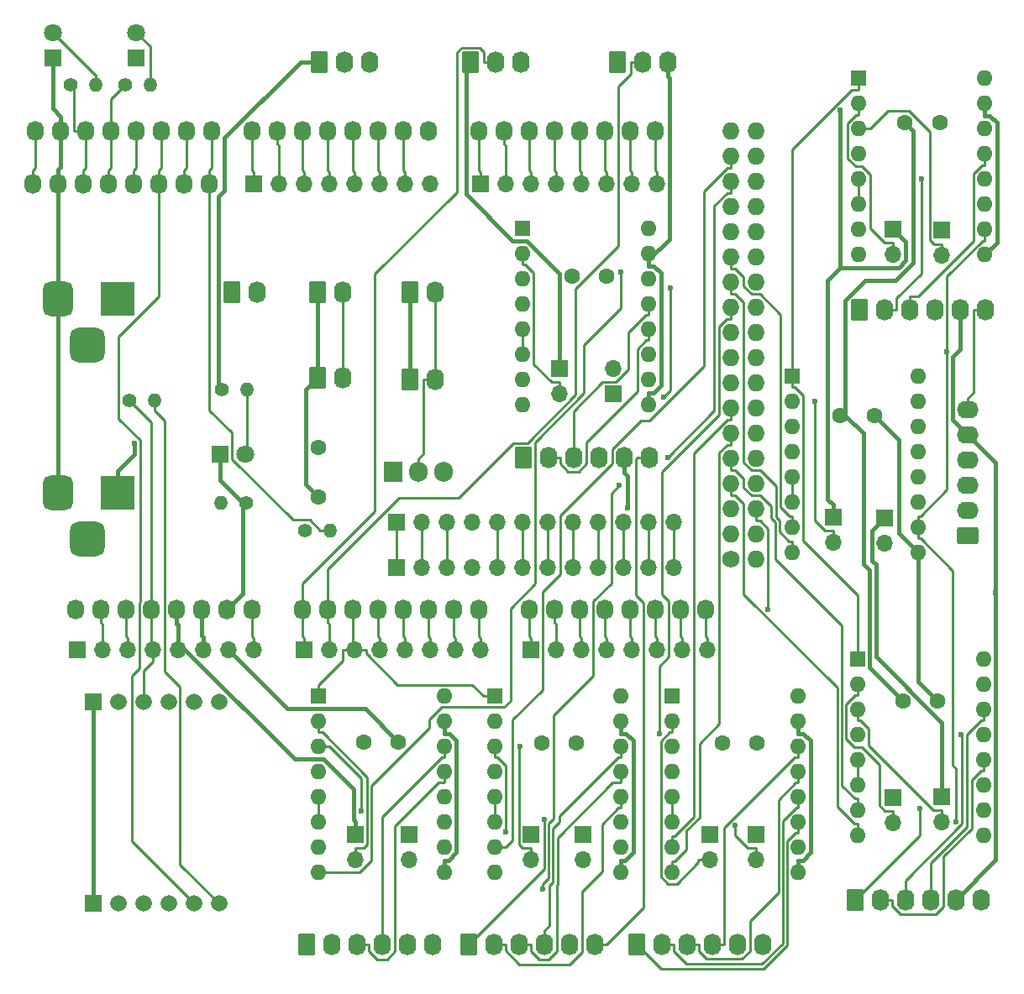
<source format=gbr>
G04 #@! TF.GenerationSoftware,KiCad,Pcbnew,8.0.2-1*
G04 #@! TF.CreationDate,2024-08-19T18:32:55+10:00*
G04 #@! TF.ProjectId,FORWARD 7 STEPPER DRIVER,464f5257-4152-4442-9037-205354455050,rev?*
G04 #@! TF.SameCoordinates,Original*
G04 #@! TF.FileFunction,Copper,L2,Bot*
G04 #@! TF.FilePolarity,Positive*
%FSLAX46Y46*%
G04 Gerber Fmt 4.6, Leading zero omitted, Abs format (unit mm)*
G04 Created by KiCad (PCBNEW 8.0.2-1) date 2024-08-19 18:32:55*
%MOMM*%
%LPD*%
G01*
G04 APERTURE LIST*
G04 Aperture macros list*
%AMRoundRect*
0 Rectangle with rounded corners*
0 $1 Rounding radius*
0 $2 $3 $4 $5 $6 $7 $8 $9 X,Y pos of 4 corners*
0 Add a 4 corners polygon primitive as box body*
4,1,4,$2,$3,$4,$5,$6,$7,$8,$9,$2,$3,0*
0 Add four circle primitives for the rounded corners*
1,1,$1+$1,$2,$3*
1,1,$1+$1,$4,$5*
1,1,$1+$1,$6,$7*
1,1,$1+$1,$8,$9*
0 Add four rect primitives between the rounded corners*
20,1,$1+$1,$2,$3,$4,$5,0*
20,1,$1+$1,$4,$5,$6,$7,0*
20,1,$1+$1,$6,$7,$8,$9,0*
20,1,$1+$1,$8,$9,$2,$3,0*%
G04 Aperture macros list end*
G04 #@! TA.AperFunction,ComponentPad*
%ADD10C,1.727200*%
G04 #@! TD*
G04 #@! TA.AperFunction,ComponentPad*
%ADD11O,1.727200X1.727200*%
G04 #@! TD*
G04 #@! TA.AperFunction,ComponentPad*
%ADD12O,1.727200X2.032000*%
G04 #@! TD*
G04 #@! TA.AperFunction,ComponentPad*
%ADD13R,1.800000X1.800000*%
G04 #@! TD*
G04 #@! TA.AperFunction,ComponentPad*
%ADD14C,1.800000*%
G04 #@! TD*
G04 #@! TA.AperFunction,ComponentPad*
%ADD15C,1.400000*%
G04 #@! TD*
G04 #@! TA.AperFunction,ComponentPad*
%ADD16O,1.400000X1.400000*%
G04 #@! TD*
G04 #@! TA.AperFunction,ComponentPad*
%ADD17RoundRect,0.250000X-0.620000X-0.845000X0.620000X-0.845000X0.620000X0.845000X-0.620000X0.845000X0*%
G04 #@! TD*
G04 #@! TA.AperFunction,ComponentPad*
%ADD18O,1.740000X2.190000*%
G04 #@! TD*
G04 #@! TA.AperFunction,ComponentPad*
%ADD19R,1.700000X1.700000*%
G04 #@! TD*
G04 #@! TA.AperFunction,ComponentPad*
%ADD20O,1.700000X1.700000*%
G04 #@! TD*
G04 #@! TA.AperFunction,ComponentPad*
%ADD21C,1.600000*%
G04 #@! TD*
G04 #@! TA.AperFunction,ComponentPad*
%ADD22R,1.600000X1.600000*%
G04 #@! TD*
G04 #@! TA.AperFunction,ComponentPad*
%ADD23O,1.600000X1.600000*%
G04 #@! TD*
G04 #@! TA.AperFunction,ComponentPad*
%ADD24R,3.500000X3.500000*%
G04 #@! TD*
G04 #@! TA.AperFunction,ComponentPad*
%ADD25RoundRect,0.750000X-0.750000X-1.000000X0.750000X-1.000000X0.750000X1.000000X-0.750000X1.000000X0*%
G04 #@! TD*
G04 #@! TA.AperFunction,ComponentPad*
%ADD26RoundRect,0.875000X-0.875000X-0.875000X0.875000X-0.875000X0.875000X0.875000X-0.875000X0.875000X0*%
G04 #@! TD*
G04 #@! TA.AperFunction,ComponentPad*
%ADD27R,1.665000X1.665000*%
G04 #@! TD*
G04 #@! TA.AperFunction,ComponentPad*
%ADD28C,1.665000*%
G04 #@! TD*
G04 #@! TA.AperFunction,ComponentPad*
%ADD29RoundRect,0.250000X0.845000X-0.620000X0.845000X0.620000X-0.845000X0.620000X-0.845000X-0.620000X0*%
G04 #@! TD*
G04 #@! TA.AperFunction,ComponentPad*
%ADD30O,2.190000X1.740000*%
G04 #@! TD*
G04 #@! TA.AperFunction,ComponentPad*
%ADD31R,1.905000X2.000000*%
G04 #@! TD*
G04 #@! TA.AperFunction,ComponentPad*
%ADD32O,1.905000X2.000000*%
G04 #@! TD*
G04 #@! TA.AperFunction,ViaPad*
%ADD33C,0.600000*%
G04 #@! TD*
G04 #@! TA.AperFunction,Conductor*
%ADD34C,0.250000*%
G04 #@! TD*
G04 #@! TA.AperFunction,Conductor*
%ADD35C,0.450000*%
G04 #@! TD*
G04 APERTURE END LIST*
D10*
X197358000Y-114046000D03*
D11*
X199898000Y-114046000D03*
X197358000Y-111506000D03*
X199898000Y-111506000D03*
X197358000Y-108966000D03*
X199898000Y-108966000D03*
X197358000Y-106426000D03*
X199898000Y-106426000D03*
X197358000Y-103886000D03*
X199898000Y-103886000D03*
X197358000Y-101346000D03*
X199898000Y-101346000D03*
X197358000Y-98806000D03*
X199898000Y-98806000D03*
X197358000Y-96266000D03*
X199898000Y-96266000D03*
X197358000Y-93726000D03*
X199898000Y-93726000D03*
X197358000Y-91186000D03*
X199898000Y-91186000D03*
X197358000Y-88646000D03*
X199898000Y-88646000D03*
X197358000Y-86106000D03*
X199898000Y-86106000D03*
X197358000Y-83566000D03*
X199898000Y-83566000D03*
X197358000Y-81026000D03*
X199898000Y-81026000D03*
X197358000Y-78486000D03*
X199898000Y-78486000D03*
X197358000Y-75946000D03*
X199898000Y-75946000D03*
X197358000Y-73406000D03*
X199898000Y-73406000D03*
X197358000Y-70866000D03*
X199898000Y-70866000D03*
D12*
X131318000Y-119126000D03*
X133858000Y-119126000D03*
X136398000Y-119126000D03*
X138938000Y-119126000D03*
X141478000Y-119126000D03*
X144018000Y-119126000D03*
X146558000Y-119126000D03*
X149098000Y-119126000D03*
X177038000Y-119126000D03*
X179578000Y-119126000D03*
X182118000Y-119126000D03*
X184658000Y-119126000D03*
X187198000Y-119126000D03*
X189738000Y-119126000D03*
X192278000Y-119126000D03*
X194818000Y-119126000D03*
X127254000Y-70866000D03*
X129794000Y-70866000D03*
X132334000Y-70866000D03*
X134874000Y-70866000D03*
X137414000Y-70866000D03*
X139954000Y-70866000D03*
X142494000Y-70866000D03*
X145034000Y-70866000D03*
X149098000Y-70866000D03*
X151638000Y-70866000D03*
X154178000Y-70866000D03*
X156718000Y-70866000D03*
X159258000Y-70866000D03*
X161798000Y-70866000D03*
X164338000Y-70866000D03*
X166878000Y-70866000D03*
X171958000Y-70866000D03*
X174498000Y-70866000D03*
X177038000Y-70866000D03*
X179578000Y-70866000D03*
X182118000Y-70866000D03*
X184658000Y-70866000D03*
X187198000Y-70866000D03*
X189738000Y-70866000D03*
D13*
X129000000Y-63500000D03*
D14*
X129000000Y-60960000D03*
D13*
X137400000Y-63490000D03*
D14*
X137400000Y-60950000D03*
D15*
X130780000Y-66200000D03*
D16*
X133320000Y-66200000D03*
D17*
X155680000Y-87170000D03*
D18*
X158220000Y-87170000D03*
D17*
X187820000Y-152950000D03*
D18*
X190360000Y-152950000D03*
X192900000Y-152950000D03*
X195440000Y-152950000D03*
X197980000Y-152950000D03*
X200520000Y-152950000D03*
D19*
X172085000Y-76200000D03*
D20*
X174625000Y-76200000D03*
X177165000Y-76200000D03*
X179705000Y-76200000D03*
X182245000Y-76200000D03*
X184785000Y-76200000D03*
X187325000Y-76200000D03*
X189865000Y-76200000D03*
D17*
X154610000Y-152950000D03*
D18*
X157150000Y-152950000D03*
X159690000Y-152950000D03*
X162230000Y-152950000D03*
X164770000Y-152950000D03*
X167310000Y-152950000D03*
D17*
X155850000Y-63900000D03*
D18*
X158390000Y-63900000D03*
X160930000Y-63900000D03*
D17*
X210320000Y-88950000D03*
D18*
X212860000Y-88950000D03*
X215400000Y-88950000D03*
X217940000Y-88950000D03*
X220480000Y-88950000D03*
X223020000Y-88950000D03*
D19*
X159500000Y-141800000D03*
D20*
X159500000Y-144340000D03*
D21*
X178250000Y-132600000D03*
X181750000Y-132600000D03*
D17*
X147030000Y-87170000D03*
D18*
X149570000Y-87170000D03*
D19*
X149225000Y-76200000D03*
D20*
X151765000Y-76200000D03*
X154305000Y-76200000D03*
X156845000Y-76200000D03*
X159385000Y-76200000D03*
X161925000Y-76200000D03*
X164465000Y-76200000D03*
X167005000Y-76200000D03*
D17*
X164980000Y-95920000D03*
D18*
X167520000Y-95920000D03*
D22*
X176350000Y-80720000D03*
D23*
X176350000Y-83260000D03*
X176350000Y-85800000D03*
X176350000Y-88340000D03*
X176350000Y-90880000D03*
X176350000Y-93420000D03*
X176350000Y-95960000D03*
X176350000Y-98500000D03*
X189050000Y-98500000D03*
X189050000Y-95960000D03*
X189050000Y-93420000D03*
X189050000Y-90880000D03*
X189050000Y-88340000D03*
X189050000Y-85800000D03*
X189050000Y-83260000D03*
X189050000Y-80720000D03*
D13*
X145820000Y-103500000D03*
D14*
X148360000Y-103500000D03*
D19*
X154305000Y-123190000D03*
D20*
X156845000Y-123190000D03*
X159385000Y-123190000D03*
X161925000Y-123190000D03*
X164465000Y-123190000D03*
X167005000Y-123190000D03*
X169545000Y-123190000D03*
X172085000Y-123190000D03*
D19*
X195250000Y-141860000D03*
D20*
X195250000Y-144400000D03*
D21*
X155800000Y-107800000D03*
X155800000Y-102800000D03*
D22*
X191450000Y-127870000D03*
D23*
X191450000Y-130410000D03*
X191450000Y-132950000D03*
X191450000Y-135490000D03*
X191450000Y-138030000D03*
X191450000Y-140570000D03*
X191450000Y-143110000D03*
X191450000Y-145650000D03*
X204150000Y-145650000D03*
X204150000Y-143110000D03*
X204150000Y-140570000D03*
X204150000Y-138030000D03*
X204150000Y-135490000D03*
X204150000Y-132950000D03*
X204150000Y-130410000D03*
X204150000Y-127870000D03*
D19*
X163610000Y-110350000D03*
D20*
X166150000Y-110350000D03*
X168690000Y-110350000D03*
X171230000Y-110350000D03*
X173770000Y-110350000D03*
X176310000Y-110350000D03*
X178850000Y-110350000D03*
X181390000Y-110350000D03*
X183930000Y-110350000D03*
X186470000Y-110350000D03*
X189010000Y-110350000D03*
X191550000Y-110350000D03*
D17*
X170900000Y-152950000D03*
D18*
X173440000Y-152950000D03*
X175980000Y-152950000D03*
X178520000Y-152950000D03*
X181060000Y-152950000D03*
X183600000Y-152950000D03*
D19*
X218600000Y-138025000D03*
D20*
X218600000Y-140565000D03*
D19*
X212850000Y-109890000D03*
D20*
X212850000Y-112430000D03*
D17*
X171120000Y-63900000D03*
D18*
X173660000Y-63900000D03*
X176200000Y-63900000D03*
D21*
X160350000Y-132500000D03*
X163850000Y-132500000D03*
D15*
X136280000Y-66250000D03*
D16*
X138820000Y-66250000D03*
D22*
X155750000Y-127870000D03*
D23*
X155750000Y-130410000D03*
X155750000Y-132950000D03*
X155750000Y-135490000D03*
X155750000Y-138030000D03*
X155750000Y-140570000D03*
X155750000Y-143110000D03*
X155750000Y-145650000D03*
X168450000Y-145650000D03*
X168450000Y-143110000D03*
X168450000Y-140570000D03*
X168450000Y-138030000D03*
X168450000Y-135490000D03*
X168450000Y-132950000D03*
X168450000Y-130410000D03*
X168450000Y-127870000D03*
D15*
X154450000Y-111150000D03*
D16*
X156990000Y-111150000D03*
D17*
X176410000Y-103800000D03*
D18*
X178950000Y-103800000D03*
X181490000Y-103800000D03*
X184030000Y-103800000D03*
X186570000Y-103800000D03*
X189110000Y-103800000D03*
D21*
X214900000Y-70050000D03*
X218400000Y-70050000D03*
D12*
X154178000Y-119126000D03*
X156718000Y-119126000D03*
X159258000Y-119126000D03*
X161798000Y-119126000D03*
X164338000Y-119126000D03*
X166878000Y-119126000D03*
X169418000Y-119126000D03*
X171958000Y-119126000D03*
D22*
X210250000Y-65570000D03*
D23*
X210250000Y-68110000D03*
X210250000Y-70650000D03*
X210250000Y-73190000D03*
X210250000Y-75730000D03*
X210250000Y-78270000D03*
X210250000Y-80810000D03*
X210250000Y-83350000D03*
X222950000Y-83350000D03*
X222950000Y-80810000D03*
X222950000Y-78270000D03*
X222950000Y-75730000D03*
X222950000Y-73190000D03*
X222950000Y-70650000D03*
X222950000Y-68110000D03*
X222950000Y-65570000D03*
D19*
X207640000Y-109850000D03*
D20*
X207640000Y-112390000D03*
D17*
X164980000Y-87170000D03*
D18*
X167520000Y-87170000D03*
D19*
X199900000Y-141860000D03*
D20*
X199900000Y-144400000D03*
D19*
X182400000Y-141860000D03*
D20*
X182400000Y-144400000D03*
D15*
X146030000Y-97000000D03*
D16*
X148570000Y-97000000D03*
D15*
X148470000Y-108400000D03*
D16*
X145930000Y-108400000D03*
D21*
X196500000Y-132600000D03*
X200000000Y-132600000D03*
D24*
X135500000Y-87792500D03*
D25*
X129500000Y-87792500D03*
D26*
X132500000Y-92492500D03*
D19*
X164900000Y-141860000D03*
D20*
X164900000Y-144400000D03*
D19*
X180100000Y-94835000D03*
D20*
X180100000Y-97375000D03*
D17*
X155680000Y-95800000D03*
D18*
X158220000Y-95800000D03*
D27*
X133050000Y-148800000D03*
D28*
X135590000Y-148800000D03*
X138130000Y-148800000D03*
X140670000Y-148800000D03*
X143210000Y-148800000D03*
X145750000Y-148800000D03*
D27*
X133050000Y-128480000D03*
D28*
X135590000Y-128480000D03*
X138130000Y-128480000D03*
X140670000Y-128480000D03*
X143210000Y-128480000D03*
X145750000Y-128480000D03*
D17*
X185910000Y-63900000D03*
D18*
X188450000Y-63900000D03*
X190990000Y-63900000D03*
D17*
X209880000Y-148400000D03*
D18*
X212420000Y-148400000D03*
X214960000Y-148400000D03*
X217500000Y-148400000D03*
X220040000Y-148400000D03*
X222580000Y-148400000D03*
D29*
X221250000Y-111730000D03*
D30*
X221250000Y-109190000D03*
X221250000Y-106650000D03*
X221250000Y-104110000D03*
X221250000Y-101570000D03*
X221250000Y-99030000D03*
D19*
X213700000Y-80810000D03*
D20*
X213700000Y-83350000D03*
D22*
X173550000Y-127870000D03*
D23*
X173550000Y-130410000D03*
X173550000Y-132950000D03*
X173550000Y-135490000D03*
X173550000Y-138030000D03*
X173550000Y-140570000D03*
X173550000Y-143110000D03*
X173550000Y-145650000D03*
X186250000Y-145650000D03*
X186250000Y-143110000D03*
X186250000Y-140570000D03*
X186250000Y-138030000D03*
X186250000Y-135490000D03*
X186250000Y-132950000D03*
X186250000Y-130410000D03*
X186250000Y-127870000D03*
D21*
X181350000Y-85500000D03*
X184850000Y-85500000D03*
D15*
X136690000Y-98045000D03*
D16*
X139230000Y-98045000D03*
D12*
X127000000Y-76200000D03*
X129540000Y-76200000D03*
X132080000Y-76200000D03*
X134620000Y-76200000D03*
X137160000Y-76200000D03*
X139700000Y-76200000D03*
X142240000Y-76200000D03*
X144780000Y-76200000D03*
D19*
X177165000Y-123190000D03*
D20*
X179705000Y-123190000D03*
X182245000Y-123190000D03*
X184785000Y-123190000D03*
X187325000Y-123190000D03*
X189865000Y-123190000D03*
X192405000Y-123190000D03*
X194945000Y-123190000D03*
D19*
X177150000Y-141860000D03*
D20*
X177150000Y-144400000D03*
D21*
X208330000Y-99600000D03*
X211830000Y-99600000D03*
D22*
X203500000Y-95600000D03*
D23*
X203500000Y-98140000D03*
X203500000Y-100680000D03*
X203500000Y-103220000D03*
X203500000Y-105760000D03*
X203500000Y-108300000D03*
X203500000Y-110840000D03*
X203500000Y-113380000D03*
X216200000Y-113380000D03*
X216200000Y-110840000D03*
X216200000Y-108300000D03*
X216200000Y-105760000D03*
X216200000Y-103220000D03*
X216200000Y-100680000D03*
X216200000Y-98140000D03*
X216200000Y-95600000D03*
D19*
X185450000Y-97390000D03*
D20*
X185450000Y-94850000D03*
D22*
X210100000Y-124120000D03*
D23*
X210100000Y-126660000D03*
X210100000Y-129200000D03*
X210100000Y-131740000D03*
X210100000Y-134280000D03*
X210100000Y-136820000D03*
X210100000Y-139360000D03*
X210100000Y-141900000D03*
X222800000Y-141900000D03*
X222800000Y-139360000D03*
X222800000Y-136820000D03*
X222800000Y-134280000D03*
X222800000Y-131740000D03*
X222800000Y-129200000D03*
X222800000Y-126660000D03*
X222800000Y-124120000D03*
D31*
X163300000Y-105250000D03*
D32*
X165840000Y-105250000D03*
X168380000Y-105250000D03*
D21*
X214700000Y-128400000D03*
X218200000Y-128400000D03*
D19*
X163610000Y-114950000D03*
D20*
X166150000Y-114950000D03*
X168690000Y-114950000D03*
X171230000Y-114950000D03*
X173770000Y-114950000D03*
X176310000Y-114950000D03*
X178850000Y-114950000D03*
X181390000Y-114950000D03*
X183930000Y-114950000D03*
X186470000Y-114950000D03*
X189010000Y-114950000D03*
X191550000Y-114950000D03*
D19*
X218600000Y-80910000D03*
D20*
X218600000Y-83450000D03*
D19*
X213650000Y-138075000D03*
D20*
X213650000Y-140615000D03*
D24*
X135500000Y-107342500D03*
D25*
X129500000Y-107342500D03*
D26*
X132500000Y-112042500D03*
D19*
X131445000Y-123190000D03*
D20*
X133985000Y-123190000D03*
X136525000Y-123190000D03*
X139065000Y-123190000D03*
X141605000Y-123190000D03*
X144145000Y-123190000D03*
X146685000Y-123190000D03*
X149225000Y-123190000D03*
D33*
X137201500Y-102390900D03*
X208346900Y-68758200D03*
X201100400Y-119165100D03*
X190975200Y-103782400D03*
X178396400Y-147343500D03*
X186113400Y-106624400D03*
X219988500Y-140549900D03*
X219135200Y-93141200D03*
X190129100Y-131680000D03*
X186287600Y-85141200D03*
X224025300Y-117410500D03*
X186949600Y-108865600D03*
X178520000Y-140269900D03*
X174683400Y-141586800D03*
X176127900Y-132943000D03*
X191255000Y-86725400D03*
X190558400Y-97729100D03*
X216525500Y-75730000D03*
X197783100Y-140922200D03*
X205805200Y-98140000D03*
X216393000Y-139200200D03*
X220529600Y-131740000D03*
X160050100Y-139504000D03*
D34*
X133214900Y-65174900D02*
X129000000Y-60960000D01*
X133320000Y-65174900D02*
X133214900Y-65174900D01*
X133320000Y-66200000D02*
X133320000Y-65174900D01*
X138820000Y-62370000D02*
X137400000Y-60950000D01*
X138820000Y-66250000D02*
X138820000Y-62370000D01*
D35*
X153972000Y-63900000D02*
X155850000Y-63900000D01*
X137201500Y-102390900D02*
X137201500Y-103465900D01*
X145674300Y-96644300D02*
X145674300Y-77525500D01*
X146322800Y-76877000D02*
X146322800Y-71549200D01*
X208872400Y-99600000D02*
X208872400Y-87964800D01*
X215692300Y-70842300D02*
X214900000Y-70050000D01*
X211325200Y-125025200D02*
X214700000Y-128400000D01*
X146030000Y-97000000D02*
X145674300Y-96644300D01*
X137201500Y-103465900D02*
X135500000Y-105167400D01*
X208872400Y-99600000D02*
X210675100Y-101402700D01*
X208872400Y-87964800D02*
X210915700Y-85921500D01*
X210915700Y-85921500D02*
X213925300Y-85921500D01*
X211325200Y-115199600D02*
X211325200Y-125025200D01*
X215692300Y-84154500D02*
X215692300Y-70842300D01*
X135500000Y-107342500D02*
X135500000Y-105167400D01*
X210675100Y-114549500D02*
X211325200Y-115199600D01*
X146322800Y-71549200D02*
X153972000Y-63900000D01*
X208872400Y-99600000D02*
X208330000Y-99600000D01*
X210675100Y-101402700D02*
X210675100Y-114549500D01*
X145674300Y-77525500D02*
X146322800Y-76877000D01*
X213925300Y-85921500D02*
X215692300Y-84154500D01*
X129500000Y-87792500D02*
X129500000Y-107342500D01*
X216200000Y-113380000D02*
X216200000Y-126400000D01*
X163850000Y-132500000D02*
X160520200Y-129170200D01*
X144145000Y-121914900D02*
X144018000Y-121787900D01*
X187482600Y-143651700D02*
X187482600Y-132360000D01*
X222950000Y-83350000D02*
X224182600Y-82117400D01*
X129000000Y-68630900D02*
X129794000Y-69424900D01*
X186709400Y-144424900D02*
X187482600Y-143651700D01*
X169682600Y-143651700D02*
X169682600Y-132360000D01*
X168450000Y-130410000D02*
X168450000Y-131635100D01*
X223457700Y-69335100D02*
X222950000Y-69335100D01*
X189050000Y-83872500D02*
X189050000Y-84485100D01*
X129540000Y-87752500D02*
X129500000Y-87792500D01*
X190282600Y-96501700D02*
X190282600Y-85210000D01*
X148117800Y-108400000D02*
X148117800Y-117566200D01*
X204150000Y-145650000D02*
X204150000Y-144424900D01*
X129540000Y-74758900D02*
X129794000Y-74504900D01*
X129540000Y-76200000D02*
X129540000Y-87752500D01*
X168909400Y-144424900D02*
X169682600Y-143651700D01*
X214234800Y-102004800D02*
X214234800Y-111414800D01*
X190990000Y-63900000D02*
X190990000Y-65420100D01*
X186250000Y-145650000D02*
X186250000Y-144424900D01*
X204150000Y-130410000D02*
X204150000Y-131635100D01*
X186757700Y-131635100D02*
X186250000Y-131635100D01*
X129794000Y-74504900D02*
X129794000Y-70866000D01*
X222950000Y-68110000D02*
X222950000Y-69335100D01*
X169682600Y-132360000D02*
X168957700Y-131635100D01*
X205382600Y-143651700D02*
X205382600Y-132360000D01*
X211830000Y-99600000D02*
X214234800Y-102004800D01*
X168450000Y-144424900D02*
X168909400Y-144424900D01*
X129794000Y-70866000D02*
X129794000Y-69424900D01*
X144018000Y-121787900D02*
X144018000Y-119126000D01*
X129000000Y-63500000D02*
X129000000Y-68630900D01*
X191142900Y-65573000D02*
X190990000Y-65420100D01*
X152665200Y-129170200D02*
X146685000Y-123190000D01*
X214234800Y-111414800D02*
X216200000Y-113380000D01*
X186250000Y-130410000D02*
X186250000Y-131635100D01*
X204657700Y-131635100D02*
X204150000Y-131635100D01*
X189050000Y-83260000D02*
X189050000Y-83872500D01*
X168957700Y-131635100D02*
X168450000Y-131635100D01*
X148117800Y-117566200D02*
X146558000Y-119126000D01*
X189557700Y-84485100D02*
X189050000Y-84485100D01*
X160520200Y-129170200D02*
X152665200Y-129170200D01*
X189050000Y-98500000D02*
X189050000Y-97274900D01*
X189509400Y-97274900D02*
X190282600Y-96501700D01*
X189050000Y-83872500D02*
X191142900Y-81779600D01*
X205382600Y-132360000D02*
X204657700Y-131635100D01*
X204150000Y-144424900D02*
X204609400Y-144424900D01*
X216200000Y-126400000D02*
X218200000Y-128400000D01*
X168450000Y-145650000D02*
X168450000Y-144424900D01*
X129540000Y-76200000D02*
X129540000Y-74758900D01*
X144145000Y-123190000D02*
X144145000Y-121914900D01*
X145820000Y-106102200D02*
X148117800Y-108400000D01*
X190282600Y-85210000D02*
X189557700Y-84485100D01*
X133050000Y-148800000D02*
X133050000Y-128480000D01*
X189050000Y-97274900D02*
X189509400Y-97274900D01*
X224182600Y-82117400D02*
X224182600Y-70060000D01*
X191142900Y-81779600D02*
X191142900Y-65573000D01*
X148470000Y-108400000D02*
X148117800Y-108400000D01*
X187482600Y-132360000D02*
X186757700Y-131635100D01*
X145820000Y-103500000D02*
X145820000Y-106102200D01*
X224182600Y-70060000D02*
X223457700Y-69335100D01*
X186250000Y-144424900D02*
X186709400Y-144424900D01*
X204609400Y-144424900D02*
X205382600Y-143651700D01*
X176803300Y-81945100D02*
X175353300Y-81945100D01*
X141478000Y-119126000D02*
X141478000Y-120567100D01*
X218600000Y-130532600D02*
X218600000Y-138025000D01*
X156280100Y-134220000D02*
X159313800Y-137253700D01*
X141605000Y-123190000D02*
X142341600Y-123190000D01*
X141605000Y-123190000D02*
X141605000Y-120694100D01*
X153371600Y-134220000D02*
X156280100Y-134220000D01*
X159313800Y-140338700D02*
X159500000Y-140524900D01*
X214975900Y-82085900D02*
X214975900Y-83951500D01*
X180100000Y-94835000D02*
X180100000Y-85241800D01*
X213700000Y-80810000D02*
X214975900Y-82085900D01*
X208346900Y-84649500D02*
X208346900Y-68758200D01*
X180100000Y-85241800D02*
X176803300Y-81945100D01*
X170641300Y-77233100D02*
X170641300Y-64378700D01*
X211975400Y-114605200D02*
X211975400Y-123908000D01*
X212850000Y-109890000D02*
X211568900Y-111171100D01*
X207640000Y-109850000D02*
X207640000Y-108574900D01*
X159500000Y-141800000D02*
X159500000Y-140524900D01*
X159313800Y-137253700D02*
X159313800Y-140338700D01*
X141605000Y-120694100D02*
X141478000Y-120567100D01*
X175353300Y-81945100D02*
X170641300Y-77233100D01*
X207085200Y-108020100D02*
X207640000Y-108574900D01*
X170641300Y-64378700D02*
X171120000Y-63900000D01*
X207085200Y-85911200D02*
X207085200Y-108020100D01*
X211568900Y-114198700D02*
X211975400Y-114605200D01*
X211975400Y-123908000D02*
X218600000Y-130532600D01*
X142341600Y-123190000D02*
X153371600Y-134220000D01*
X208346900Y-84649500D02*
X207085200Y-85911200D01*
X214277900Y-84649500D02*
X208346900Y-84649500D01*
X214975900Y-83951500D02*
X214277900Y-84649500D01*
X211568900Y-111171100D02*
X211568900Y-114198700D01*
D34*
X133985000Y-120594100D02*
X133858000Y-120467100D01*
X133858000Y-119126000D02*
X133858000Y-120467100D01*
X133985000Y-123190000D02*
X133985000Y-120594100D01*
X136525000Y-123190000D02*
X136525000Y-122014900D01*
X136398000Y-121887900D02*
X136398000Y-119126000D01*
X136525000Y-122014900D02*
X136398000Y-121887900D01*
X138938000Y-123650500D02*
X138938000Y-119126000D01*
X139065000Y-123190000D02*
X139065000Y-123777500D01*
X138130000Y-125300100D02*
X139065000Y-124365100D01*
X138938000Y-100293000D02*
X138938000Y-119126000D01*
X136690000Y-98045000D02*
X138938000Y-100293000D01*
X138130000Y-128480000D02*
X138130000Y-125300100D01*
X139065000Y-123777500D02*
X139065000Y-124365100D01*
X139065000Y-123777500D02*
X138938000Y-123650500D01*
X136280000Y-66250000D02*
X134874000Y-67656000D01*
X134620000Y-76200000D02*
X134620000Y-74858900D01*
X134874000Y-67656000D02*
X134874000Y-70866000D01*
X134620000Y-74858900D02*
X134874000Y-74604900D01*
X134874000Y-74604900D02*
X134874000Y-70866000D01*
X132334000Y-70866000D02*
X131145300Y-70866000D01*
X132080000Y-76200000D02*
X132080000Y-74858900D01*
X131145300Y-66565300D02*
X131145300Y-70866000D01*
X132080000Y-74858900D02*
X132334000Y-74604900D01*
X130780000Y-66200000D02*
X131145300Y-66565300D01*
X132334000Y-74604900D02*
X132334000Y-70866000D01*
X148570000Y-103290000D02*
X148570000Y-97000000D01*
X148360000Y-103500000D02*
X148570000Y-103290000D01*
X201100400Y-119165100D02*
X201100400Y-110987700D01*
X199898000Y-108966000D02*
X199898000Y-110154700D01*
X200267400Y-110154700D02*
X199898000Y-110154700D01*
X201100400Y-110987700D02*
X200267400Y-110154700D01*
X140289200Y-100129300D02*
X139230000Y-99070100D01*
X139230000Y-98045000D02*
X139230000Y-99070100D01*
X145750000Y-148800000D02*
X141827700Y-144877700D01*
X141827700Y-126963400D02*
X140289200Y-125424900D01*
X141827700Y-144877700D02*
X141827700Y-126963400D01*
X140289200Y-125424900D02*
X140289200Y-100129300D01*
X127254000Y-74604900D02*
X127254000Y-70866000D01*
X127000000Y-76200000D02*
X127000000Y-74858900D01*
X127000000Y-74858900D02*
X127254000Y-74604900D01*
X189087800Y-100123500D02*
X188260500Y-100123500D01*
X173550000Y-143110000D02*
X174675100Y-143110000D01*
X178340100Y-127251900D02*
X175348200Y-130243800D01*
X180120000Y-109625300D02*
X180120000Y-115580000D01*
X196988500Y-74594700D02*
X194603500Y-76979700D01*
X194603500Y-76979700D02*
X194603500Y-94607800D01*
X175348200Y-142436900D02*
X174675100Y-143110000D01*
X175348200Y-130243800D02*
X175348200Y-142436900D01*
X185374800Y-103009200D02*
X185374800Y-104370500D01*
X185374800Y-104370500D02*
X180120000Y-109625300D01*
X188260500Y-100123500D02*
X185374800Y-103009200D01*
X178340100Y-117359900D02*
X178340100Y-127251900D01*
X180120000Y-115580000D02*
X178340100Y-117359900D01*
X194603500Y-94607800D02*
X189087800Y-100123500D01*
X197358000Y-73406000D02*
X197358000Y-74594700D01*
X197358000Y-74594700D02*
X196988500Y-74594700D01*
X159385000Y-123190000D02*
X160560100Y-123190000D01*
X210250000Y-65570000D02*
X210250000Y-66695100D01*
X171299800Y-126744900D02*
X163749700Y-126744900D01*
X163749700Y-126744900D02*
X160560100Y-123555300D01*
X210100000Y-124120000D02*
X210100000Y-117696200D01*
X209526000Y-66695100D02*
X203500000Y-72721100D01*
X159258000Y-122729500D02*
X159258000Y-119126000D01*
X204625100Y-112221300D02*
X204625100Y-97568800D01*
X203781400Y-96725100D02*
X203500000Y-96725100D01*
X158797500Y-123190000D02*
X158209900Y-123190000D01*
X159385000Y-123190000D02*
X158797500Y-123190000D01*
X203500000Y-72721100D02*
X203500000Y-95600000D01*
X155750000Y-127870000D02*
X155750000Y-126744900D01*
X155750000Y-126744900D02*
X158209900Y-124285000D01*
X160560100Y-123555300D02*
X160560100Y-123190000D01*
X210100000Y-117696200D02*
X204625100Y-112221300D01*
X210250000Y-66695100D02*
X209526000Y-66695100D01*
X173550000Y-127870000D02*
X172424900Y-127870000D01*
X158797500Y-123190000D02*
X159258000Y-122729500D01*
X172424900Y-127870000D02*
X171299800Y-126744900D01*
X158209900Y-124285000D02*
X158209900Y-123190000D01*
X203500000Y-95600000D02*
X203500000Y-96725100D01*
X204625100Y-97568800D02*
X203781400Y-96725100D01*
X173550000Y-140570000D02*
X173550000Y-138030000D01*
X139954000Y-74604900D02*
X139954000Y-70866000D01*
X143210000Y-148800000D02*
X136950300Y-142540300D01*
X136950300Y-142540300D02*
X136950300Y-125843100D01*
X137826600Y-118403800D02*
X137826600Y-102077100D01*
X137749200Y-125044200D02*
X137749200Y-118481200D01*
X136950300Y-125843100D02*
X137749200Y-125044200D01*
X139700000Y-76200000D02*
X139700000Y-74858900D01*
X137826600Y-102077100D02*
X135652500Y-99903000D01*
X135652500Y-91599700D02*
X139700000Y-87552200D01*
X139700000Y-87552200D02*
X139700000Y-76200000D01*
X137749200Y-118481200D02*
X137826600Y-118403800D01*
X135652500Y-99903000D02*
X135652500Y-91599700D01*
X139700000Y-74858900D02*
X139954000Y-74604900D01*
X197358000Y-75946000D02*
X197358000Y-77134700D01*
X179488600Y-129823100D02*
X183469100Y-125842600D01*
X185294800Y-116487100D02*
X185294800Y-107443000D01*
X185294800Y-107443000D02*
X186113400Y-106624400D01*
X183469100Y-125842600D02*
X183469100Y-118312800D01*
X178970100Y-146275700D02*
X178970100Y-140755400D01*
X195677300Y-99080300D02*
X195677300Y-78445900D01*
X196988500Y-77134700D02*
X197358000Y-77134700D01*
X195677300Y-78445900D02*
X196988500Y-77134700D01*
X178970100Y-140755400D02*
X179488600Y-140236900D01*
X179488600Y-140236900D02*
X179488600Y-129823100D01*
X183469100Y-118312800D02*
X185294800Y-116487100D01*
X190975200Y-103782400D02*
X195677300Y-99080300D01*
X178396400Y-146849400D02*
X178970100Y-146275700D01*
X178396400Y-147343500D02*
X178396400Y-146849400D01*
X219988500Y-135158500D02*
X219988500Y-140549900D01*
X216481300Y-111965100D02*
X219724200Y-115208000D01*
X216200000Y-110840000D02*
X216200000Y-111965100D01*
X219724200Y-115208000D02*
X219724200Y-134894200D01*
X219724200Y-134894200D02*
X219988500Y-135158500D01*
X219135200Y-107061000D02*
X219135200Y-93141200D01*
X216200000Y-110840000D02*
X216200000Y-109714900D01*
X216200000Y-109714900D02*
X216481300Y-109714900D01*
X222716800Y-81935100D02*
X219135200Y-85516700D01*
X222950000Y-80810000D02*
X222950000Y-81935100D01*
X216200000Y-111965100D02*
X216481300Y-111965100D01*
X219135200Y-85516700D02*
X219135200Y-93141200D01*
X216481300Y-109714900D02*
X219135200Y-107061000D01*
X222950000Y-81935100D02*
X222716800Y-81935100D01*
X149225000Y-123190000D02*
X149225000Y-122014900D01*
X149225000Y-122014900D02*
X149098000Y-121887900D01*
X149098000Y-121887900D02*
X149098000Y-119126000D01*
X176350000Y-93420000D02*
X176350000Y-90880000D01*
X210250000Y-78270000D02*
X210250000Y-75730000D01*
X193629000Y-140039000D02*
X191683100Y-141984900D01*
X193629000Y-103354500D02*
X193629000Y-140039000D01*
X197358000Y-99994700D02*
X196988800Y-99994700D01*
X196988800Y-99994700D02*
X193629000Y-103354500D01*
X191683100Y-141984900D02*
X191450000Y-141984900D01*
X191450000Y-143110000D02*
X191450000Y-141984900D01*
X197358000Y-98806000D02*
X197358000Y-99994700D01*
X191450000Y-140570000D02*
X191450000Y-138030000D01*
X194172500Y-132654600D02*
X194172500Y-140132200D01*
X191450000Y-145650000D02*
X191450000Y-144524900D01*
X194172500Y-140132200D02*
X192864800Y-141439900D01*
X196986400Y-102534700D02*
X196169300Y-103351800D01*
X197358000Y-102534700D02*
X196986400Y-102534700D01*
X192864800Y-141439900D02*
X192864800Y-143343200D01*
X196169300Y-130657800D02*
X194172500Y-132654600D01*
X192864800Y-143343200D02*
X191683100Y-144524900D01*
X191683100Y-144524900D02*
X191450000Y-144524900D01*
X196169300Y-103351800D02*
X196169300Y-130657800D01*
X197358000Y-101346000D02*
X197358000Y-102534700D01*
X197727400Y-87294700D02*
X197358000Y-87294700D01*
X201924800Y-109826400D02*
X201924800Y-106721300D01*
X202267600Y-111303900D02*
X202267600Y-110169200D01*
X203500000Y-113380000D02*
X203500000Y-112254900D01*
X198628000Y-104335000D02*
X198628000Y-88195300D01*
X203218600Y-112254900D02*
X202267600Y-111303900D01*
X199417300Y-105124300D02*
X198628000Y-104335000D01*
X201924800Y-106721300D02*
X200327800Y-105124300D01*
X202267600Y-110169200D02*
X201924800Y-109826400D01*
X197358000Y-86106000D02*
X197358000Y-87294700D01*
X198628000Y-88195300D02*
X197727400Y-87294700D01*
X203500000Y-112254900D02*
X203218600Y-112254900D01*
X200327800Y-105124300D02*
X199417300Y-105124300D01*
X203500000Y-109714900D02*
X203263000Y-109714900D01*
X199449000Y-87344300D02*
X198628000Y-86523300D01*
X200336000Y-87344300D02*
X199449000Y-87344300D01*
X197358000Y-83566000D02*
X197358000Y-84754700D01*
X203263000Y-109714900D02*
X202374900Y-108826800D01*
X197727400Y-84754700D02*
X197358000Y-84754700D01*
X202374900Y-89383200D02*
X200336000Y-87344300D01*
X202374900Y-108826800D02*
X202374900Y-89383200D01*
X198628000Y-85655300D02*
X197727400Y-84754700D01*
X203500000Y-110840000D02*
X203500000Y-109714900D01*
X198628000Y-86523300D02*
X198628000Y-85655300D01*
X203500000Y-108300000D02*
X203500000Y-105760000D01*
X197358000Y-107614700D02*
X197727400Y-107614700D01*
X198628000Y-108515300D02*
X198628000Y-117576600D01*
X208074700Y-139031000D02*
X209818600Y-140774900D01*
X197358000Y-106426000D02*
X197358000Y-107614700D01*
X198628000Y-117576600D02*
X208074700Y-127023300D01*
X210100000Y-141900000D02*
X210100000Y-140774900D01*
X209818600Y-140774900D02*
X210100000Y-140774900D01*
X208074700Y-127023300D02*
X208074700Y-139031000D01*
X197727400Y-107614700D02*
X198628000Y-108515300D01*
X210100000Y-136820000D02*
X210100000Y-134280000D01*
X198628000Y-105975300D02*
X197727400Y-105074700D01*
X201367400Y-109905600D02*
X201367400Y-108703900D01*
X199449000Y-107664300D02*
X198628000Y-106843300D01*
X197727400Y-105074700D02*
X197358000Y-105074700D01*
X201367400Y-108703900D02*
X200327800Y-107664300D01*
X201817500Y-110355700D02*
X201367400Y-109905600D01*
X197358000Y-103886000D02*
X197358000Y-105074700D01*
X208524800Y-120728000D02*
X201817500Y-114020700D01*
X200327800Y-107664300D02*
X199449000Y-107664300D01*
X209863200Y-138234900D02*
X208524800Y-136896500D01*
X201817500Y-114020700D02*
X201817500Y-110355700D01*
X210100000Y-139360000D02*
X210100000Y-138234900D01*
X210100000Y-138234900D02*
X209863200Y-138234900D01*
X208524800Y-136896500D02*
X208524800Y-120728000D01*
X198628000Y-106843300D02*
X198628000Y-105975300D01*
X196169300Y-90620600D02*
X196955200Y-89834700D01*
X196169300Y-99472400D02*
X196169300Y-90620600D01*
X190370300Y-105271400D02*
X196169300Y-99472400D01*
X190129100Y-131680000D02*
X190129100Y-124875100D01*
X197358000Y-88646000D02*
X197358000Y-89834700D01*
X190129100Y-124875100D02*
X191089200Y-123915000D01*
X191089200Y-123915000D02*
X191089200Y-118312700D01*
X196955200Y-89834700D02*
X197358000Y-89834700D01*
X191089200Y-118312700D02*
X190370300Y-117593800D01*
X190370300Y-117593800D02*
X190370300Y-105271400D01*
X155750000Y-140570000D02*
X155750000Y-138030000D01*
X186287600Y-88769500D02*
X186287600Y-85141200D01*
X175137200Y-128371500D02*
X175137200Y-119024700D01*
X159914400Y-145650000D02*
X161137900Y-144426500D01*
X182562500Y-97312700D02*
X182562500Y-92494600D01*
X161137900Y-144426500D02*
X161137900Y-136884900D01*
X155750000Y-145650000D02*
X159914400Y-145650000D01*
X166970800Y-130239600D02*
X168215200Y-128995200D01*
X177606200Y-116555700D02*
X177606200Y-102269000D01*
X161137900Y-136884900D02*
X166970800Y-131052000D01*
X174513500Y-128995200D02*
X175137200Y-128371500D01*
X168215200Y-128995200D02*
X174513500Y-128995200D01*
X182562500Y-92494600D02*
X186287600Y-88769500D01*
X177606200Y-102269000D02*
X182562500Y-97312700D01*
X175137200Y-119024700D02*
X177606200Y-116555700D01*
X166970800Y-131052000D02*
X166970800Y-130239600D01*
X223020000Y-88950000D02*
X221824900Y-88950000D01*
X188549200Y-149195900D02*
X188549200Y-118499200D01*
X221250000Y-99030000D02*
X221250000Y-97834900D01*
X167520000Y-95920000D02*
X166324900Y-95920000D01*
X184795100Y-152950000D02*
X188549200Y-149195900D01*
X167520000Y-87170000D02*
X167520000Y-95920000D01*
X183600000Y-152950000D02*
X184795100Y-152950000D01*
X187765200Y-103949700D02*
X187914900Y-103800000D01*
X165840000Y-105250000D02*
X165840000Y-103924900D01*
X158220000Y-95800000D02*
X158220000Y-87170000D01*
X188549200Y-118499200D02*
X187765200Y-117715200D01*
X189110000Y-103800000D02*
X187914900Y-103800000D01*
X221250000Y-97834900D02*
X221824900Y-97260000D01*
X165840000Y-103924900D02*
X166324900Y-103440000D01*
X187765200Y-117715200D02*
X187765200Y-103949700D01*
X221824900Y-97260000D02*
X221824900Y-88950000D01*
X166324900Y-103440000D02*
X166324900Y-95920000D01*
D35*
X224025300Y-117410500D02*
X224025300Y-144414700D01*
X186570000Y-103800000D02*
X186570000Y-105320100D01*
X221250000Y-101570000D02*
X219702000Y-100022000D01*
X155800000Y-107800000D02*
X154539100Y-106539100D01*
X164980000Y-87170000D02*
X164980000Y-95920000D01*
X224025300Y-104345300D02*
X224025300Y-117410500D01*
X219702000Y-100022000D02*
X219702000Y-93697800D01*
X219702000Y-93697800D02*
X220480000Y-92919800D01*
X186570000Y-105320100D02*
X186949600Y-105699700D01*
X224025300Y-144414700D02*
X220040000Y-148400000D01*
X154539100Y-106539100D02*
X154539100Y-96940900D01*
X220480000Y-92919800D02*
X220480000Y-90470100D01*
X154539100Y-96940900D02*
X155680000Y-95800000D01*
X186949600Y-105699700D02*
X186949600Y-108865600D01*
X220480000Y-88950000D02*
X220480000Y-90470100D01*
X221250000Y-101570000D02*
X224025300Y-104345300D01*
X155680000Y-95800000D02*
X155680000Y-87170000D01*
D34*
X156845000Y-123190000D02*
X156845000Y-120594100D01*
X181656000Y-97504300D02*
X176815500Y-102344800D01*
X185983600Y-82457700D02*
X181656000Y-86785300D01*
X181656000Y-86785300D02*
X181656000Y-97504300D01*
X185983600Y-66366400D02*
X185983600Y-82457700D01*
X163906500Y-107875000D02*
X156718000Y-115063500D01*
X156845000Y-120594100D02*
X156718000Y-120467100D01*
X176815500Y-102344800D02*
X175413700Y-102344800D01*
X156718000Y-115063500D02*
X156718000Y-119126000D01*
X188450000Y-63900000D02*
X187254900Y-63900000D01*
X187254900Y-63900000D02*
X187254900Y-65095100D01*
X175413700Y-102344800D02*
X169883500Y-107875000D01*
X187254900Y-65095100D02*
X185983600Y-66366400D01*
X156718000Y-119126000D02*
X156718000Y-120467100D01*
X169883500Y-107875000D02*
X163906500Y-107875000D01*
X173660000Y-63900000D02*
X172464900Y-63900000D01*
X154178000Y-119126000D02*
X154178000Y-116518200D01*
X171985500Y-62462900D02*
X172464900Y-62942300D01*
X154178000Y-116518200D02*
X161477700Y-109218500D01*
X154305000Y-122014900D02*
X154178000Y-121887900D01*
X172464900Y-62942300D02*
X172464900Y-63900000D01*
X161477700Y-85314100D02*
X169763300Y-77028500D01*
X154178000Y-121887900D02*
X154178000Y-119126000D01*
X169763300Y-77028500D02*
X169763300Y-62936300D01*
X154305000Y-123190000D02*
X154305000Y-122014900D01*
X170236700Y-62462900D02*
X171985500Y-62462900D01*
X169763300Y-62936300D02*
X170236700Y-62462900D01*
X161477700Y-109218500D02*
X161477700Y-85314100D01*
X142494000Y-74604900D02*
X142494000Y-70866000D01*
X142240000Y-74858900D02*
X142494000Y-74604900D01*
X142240000Y-76200000D02*
X142240000Y-74858900D01*
X156718000Y-74897900D02*
X156718000Y-70866000D01*
X156845000Y-75024900D02*
X156718000Y-74897900D01*
X156845000Y-76200000D02*
X156845000Y-75024900D01*
X154305000Y-76200000D02*
X154305000Y-75024900D01*
X154178000Y-74897900D02*
X154178000Y-70866000D01*
X154305000Y-75024900D02*
X154178000Y-74897900D01*
X164465000Y-75024900D02*
X164338000Y-74897900D01*
X164465000Y-76200000D02*
X164465000Y-75024900D01*
X164338000Y-74897900D02*
X164338000Y-70866000D01*
X161925000Y-75024900D02*
X161798000Y-74897900D01*
X161798000Y-74897900D02*
X161798000Y-70866000D01*
X161925000Y-76200000D02*
X161925000Y-75024900D01*
X149225000Y-76200000D02*
X149225000Y-75024900D01*
X149225000Y-75024900D02*
X149098000Y-74897900D01*
X149098000Y-74897900D02*
X149098000Y-70866000D01*
X159258000Y-74897900D02*
X159258000Y-70866000D01*
X159385000Y-76200000D02*
X159385000Y-75024900D01*
X159385000Y-75024900D02*
X159258000Y-74897900D01*
X151765000Y-76200000D02*
X151765000Y-72334100D01*
X151765000Y-72334100D02*
X151638000Y-72207100D01*
X151638000Y-70866000D02*
X151638000Y-72207100D01*
X179705000Y-76200000D02*
X179705000Y-75024900D01*
X179578000Y-74897900D02*
X179578000Y-70866000D01*
X179705000Y-75024900D02*
X179578000Y-74897900D01*
X171958000Y-74897900D02*
X171958000Y-70866000D01*
X172085000Y-75024900D02*
X171958000Y-74897900D01*
X172085000Y-76200000D02*
X172085000Y-75024900D01*
X187325000Y-76200000D02*
X187325000Y-75024900D01*
X187198000Y-74897900D02*
X187198000Y-70866000D01*
X187325000Y-75024900D02*
X187198000Y-74897900D01*
X174625000Y-76200000D02*
X174625000Y-72334100D01*
X174625000Y-72334100D02*
X174498000Y-72207100D01*
X174498000Y-70866000D02*
X174498000Y-72207100D01*
X184658000Y-74897900D02*
X184658000Y-70866000D01*
X184785000Y-75024900D02*
X184658000Y-74897900D01*
X184785000Y-76200000D02*
X184785000Y-75024900D01*
X189738000Y-74897900D02*
X189738000Y-70866000D01*
X189865000Y-76200000D02*
X189865000Y-75024900D01*
X189865000Y-75024900D02*
X189738000Y-74897900D01*
X177165000Y-76200000D02*
X177165000Y-75024900D01*
X177038000Y-74897900D02*
X177038000Y-70866000D01*
X177165000Y-75024900D02*
X177038000Y-74897900D01*
X182245000Y-75024900D02*
X182118000Y-74897900D01*
X182118000Y-74897900D02*
X182118000Y-70866000D01*
X182245000Y-76200000D02*
X182245000Y-75024900D01*
X164338000Y-121887900D02*
X164338000Y-119126000D01*
X164465000Y-122014900D02*
X164338000Y-121887900D01*
X164465000Y-123190000D02*
X164465000Y-122014900D01*
X161798000Y-121887900D02*
X161798000Y-119126000D01*
X161925000Y-122014900D02*
X161798000Y-121887900D01*
X161925000Y-123190000D02*
X161925000Y-122014900D01*
X167005000Y-123190000D02*
X167005000Y-122014900D01*
X166878000Y-121887900D02*
X166878000Y-119126000D01*
X167005000Y-122014900D02*
X166878000Y-121887900D01*
X172085000Y-122014900D02*
X171958000Y-121887900D01*
X172085000Y-123190000D02*
X172085000Y-122014900D01*
X171958000Y-121887900D02*
X171958000Y-119126000D01*
X169545000Y-122014900D02*
X169418000Y-121887900D01*
X169418000Y-121887900D02*
X169418000Y-119126000D01*
X169545000Y-123190000D02*
X169545000Y-122014900D01*
X182245000Y-122014900D02*
X182118000Y-121887900D01*
X182245000Y-123190000D02*
X182245000Y-122014900D01*
X182118000Y-121887900D02*
X182118000Y-119126000D01*
X189865000Y-122014900D02*
X189738000Y-121887900D01*
X189865000Y-123190000D02*
X189865000Y-122014900D01*
X189738000Y-121887900D02*
X189738000Y-119126000D01*
X177165000Y-123190000D02*
X177165000Y-122014900D01*
X177165000Y-122014900D02*
X177038000Y-121887900D01*
X177038000Y-121887900D02*
X177038000Y-119126000D01*
X179578000Y-119126000D02*
X179578000Y-120467100D01*
X179705000Y-120594100D02*
X179578000Y-120467100D01*
X179705000Y-123190000D02*
X179705000Y-120594100D01*
X184658000Y-121887900D02*
X184658000Y-119126000D01*
X184785000Y-123190000D02*
X184785000Y-122014900D01*
X184785000Y-122014900D02*
X184658000Y-121887900D01*
X194945000Y-123190000D02*
X194945000Y-122014900D01*
X194945000Y-122014900D02*
X194818000Y-121887900D01*
X194818000Y-121887900D02*
X194818000Y-119126000D01*
X187325000Y-122014900D02*
X187198000Y-121887900D01*
X187325000Y-123190000D02*
X187325000Y-122014900D01*
X187198000Y-121887900D02*
X187198000Y-119126000D01*
X192405000Y-122014900D02*
X192278000Y-121887900D01*
X192405000Y-123190000D02*
X192405000Y-122014900D01*
X192278000Y-121887900D02*
X192278000Y-119126000D01*
X144780000Y-99035200D02*
X144780000Y-76200000D01*
X154939800Y-110124900D02*
X153187800Y-110124900D01*
X153187800Y-110124900D02*
X147045200Y-103982300D01*
X156990000Y-111150000D02*
X155964900Y-111150000D01*
X147045200Y-103982300D02*
X147045200Y-101300400D01*
X144780000Y-74858900D02*
X145034000Y-74604900D01*
X145034000Y-74604900D02*
X145034000Y-70866000D01*
X155964900Y-111150000D02*
X154939800Y-110124900D01*
X144780000Y-76200000D02*
X144780000Y-74858900D01*
X147045200Y-101300400D02*
X144780000Y-99035200D01*
X137414000Y-74604900D02*
X137414000Y-70866000D01*
X137160000Y-74858900D02*
X137414000Y-74604900D01*
X137160000Y-76200000D02*
X137160000Y-74858900D01*
X178520000Y-145330000D02*
X178520000Y-140269900D01*
X170900000Y-152950000D02*
X178520000Y-145330000D01*
X179790000Y-153606600D02*
X179790000Y-146953900D01*
X179790000Y-146953900D02*
X179870300Y-146873600D01*
X177175100Y-153580300D02*
X178007000Y-154412200D01*
X186250000Y-135490000D02*
X186250000Y-136615100D01*
X179870300Y-142151000D02*
X185406200Y-136615100D01*
X175980000Y-152950000D02*
X177175100Y-152950000D01*
X178984400Y-154412200D02*
X179790000Y-153606600D01*
X185406200Y-136615100D02*
X186250000Y-136615100D01*
X179870300Y-146873600D02*
X179870300Y-142151000D01*
X177175100Y-152950000D02*
X177175100Y-153580300D01*
X178007000Y-154412200D02*
X178984400Y-154412200D01*
X182330000Y-153672900D02*
X181066100Y-154936800D01*
X182330000Y-147628100D02*
X182330000Y-153672900D01*
X184385100Y-140786800D02*
X184385100Y-145573000D01*
X186016800Y-139155100D02*
X184385100Y-140786800D01*
X176024300Y-154936800D02*
X174635100Y-153547600D01*
X173440000Y-152950000D02*
X174635100Y-152950000D01*
X186250000Y-139155100D02*
X186016800Y-139155100D01*
X181066100Y-154936800D02*
X176024300Y-154936800D01*
X174635100Y-153547600D02*
X174635100Y-152950000D01*
X184385100Y-145573000D02*
X182330000Y-147628100D01*
X186250000Y-138030000D02*
X186250000Y-139155100D01*
X173550000Y-134075100D02*
X173831300Y-134075100D01*
X173831300Y-134075100D02*
X174683400Y-134927200D01*
X173550000Y-132950000D02*
X173550000Y-134075100D01*
X174683400Y-134927200D02*
X174683400Y-141586800D01*
X180097900Y-139945900D02*
X185968700Y-134075100D01*
X179072600Y-150977300D02*
X179072600Y-147034700D01*
X179420200Y-141260200D02*
X180097900Y-140582500D01*
X185968700Y-134075100D02*
X186250000Y-134075100D01*
X179420200Y-146687100D02*
X179420200Y-141260200D01*
X178520000Y-151529900D02*
X179072600Y-150977300D01*
X186250000Y-132950000D02*
X186250000Y-134075100D01*
X179072600Y-147034700D02*
X179420200Y-146687100D01*
X180097900Y-140582500D02*
X180097900Y-139945900D01*
X178520000Y-152950000D02*
X178520000Y-151529900D01*
X177150000Y-144400000D02*
X177150000Y-143224900D01*
X176319000Y-143224900D02*
X177150000Y-143224900D01*
X175966700Y-142872600D02*
X176319000Y-143224900D01*
X176127900Y-132943000D02*
X175966700Y-133104200D01*
X175966700Y-133104200D02*
X175966700Y-142872600D01*
X177475100Y-85228800D02*
X177475100Y-94406000D01*
X179269000Y-96199900D02*
X180100000Y-96199900D01*
X176350000Y-83260000D02*
X176350000Y-84385100D01*
X177475100Y-94406000D02*
X179269000Y-96199900D01*
X176350000Y-84385100D02*
X176631400Y-84385100D01*
X180100000Y-97375000D02*
X180100000Y-96199900D01*
X176631400Y-84385100D02*
X177475100Y-85228800D01*
X180948500Y-105233700D02*
X180145100Y-104430300D01*
X189050000Y-90880000D02*
X189050000Y-92005100D01*
X180145100Y-104430300D02*
X180145100Y-103800000D01*
X187924900Y-92893200D02*
X187924900Y-97106900D01*
X188813000Y-92005100D02*
X187924900Y-92893200D01*
X182760000Y-102271800D02*
X182760000Y-104450500D01*
X181976800Y-105233700D02*
X180948500Y-105233700D01*
X178950000Y-103800000D02*
X180145100Y-103800000D01*
X189050000Y-92005100D02*
X188813000Y-92005100D01*
X187924900Y-97106900D02*
X182760000Y-102271800D01*
X182760000Y-104450500D02*
X181976800Y-105233700D01*
X191255000Y-86725400D02*
X191255000Y-97032500D01*
X191255000Y-97032500D02*
X190558400Y-97729100D01*
X185772500Y-96214800D02*
X184425300Y-96214800D01*
X187049100Y-94938200D02*
X185772500Y-96214800D01*
X189050000Y-89465100D02*
X188768600Y-89465100D01*
X184425300Y-96214800D02*
X181490000Y-99150100D01*
X189050000Y-88340000D02*
X189050000Y-89465100D01*
X188768600Y-89465100D02*
X187049100Y-91184600D01*
X181490000Y-99150100D02*
X181490000Y-103800000D01*
X187049100Y-91184600D02*
X187049100Y-94938200D01*
X215400000Y-88950000D02*
X215400000Y-87529900D01*
X221824900Y-81934000D02*
X216229000Y-87529900D01*
X221824900Y-75158800D02*
X221824900Y-81934000D01*
X222950000Y-74315100D02*
X222668600Y-74315100D01*
X222668600Y-74315100D02*
X221824900Y-75158800D01*
X222950000Y-73190000D02*
X222950000Y-74315100D01*
X216229000Y-87529900D02*
X215400000Y-87529900D01*
X214055100Y-88950000D02*
X214055100Y-87754900D01*
X214055100Y-87754900D02*
X216525500Y-85284500D01*
X212860000Y-88950000D02*
X214055100Y-88950000D01*
X216525500Y-85284500D02*
X216525500Y-75730000D01*
X213146400Y-68878700D02*
X211375100Y-70650000D01*
X210250000Y-70650000D02*
X211375100Y-70650000D01*
X217424900Y-70973600D02*
X215330000Y-68878700D01*
X215330000Y-68878700D02*
X213146400Y-68878700D01*
X218600000Y-82274900D02*
X217792100Y-82274900D01*
X217424900Y-81907700D02*
X217424900Y-70973600D01*
X218600000Y-83450000D02*
X218600000Y-82274900D01*
X217792100Y-82274900D02*
X217424900Y-81907700D01*
X211375100Y-75259300D02*
X211375100Y-80681000D01*
X213700000Y-83350000D02*
X213700000Y-82174900D01*
X209925200Y-74460000D02*
X210575800Y-74460000D01*
X209111100Y-73645900D02*
X209925200Y-74460000D01*
X210575800Y-74460000D02*
X211375100Y-75259300D01*
X212869000Y-82174900D02*
X213700000Y-82174900D01*
X210250000Y-69235100D02*
X209968700Y-69235100D01*
X209968700Y-69235100D02*
X209111100Y-70092700D01*
X211375100Y-80681000D02*
X212869000Y-82174900D01*
X209111100Y-70092700D02*
X209111100Y-73645900D01*
X210250000Y-68110000D02*
X210250000Y-69235100D01*
X190279800Y-146092000D02*
X191015100Y-146827300D01*
X191450000Y-130410000D02*
X191450000Y-131535100D01*
X191450000Y-131535100D02*
X191168700Y-131535100D01*
X195250000Y-144400000D02*
X194074900Y-144400000D01*
X191891100Y-146827300D02*
X194074900Y-144643500D01*
X190279800Y-132424000D02*
X190279800Y-146092000D01*
X191168700Y-131535100D02*
X190279800Y-132424000D01*
X194074900Y-144643500D02*
X194074900Y-144400000D01*
X191015100Y-146827300D02*
X191891100Y-146827300D01*
X197783100Y-141939000D02*
X199069000Y-143224900D01*
X199900000Y-144400000D02*
X199900000Y-143224900D01*
X197783100Y-140922200D02*
X197783100Y-141939000D01*
X199069000Y-143224900D02*
X199900000Y-143224900D01*
X200614500Y-155407500D02*
X190277500Y-155407500D01*
X203868600Y-141695100D02*
X203024900Y-142538800D01*
X204150000Y-140570000D02*
X204150000Y-141695100D01*
X203024900Y-152997100D02*
X200614500Y-155407500D01*
X190277500Y-155407500D02*
X187820000Y-152950000D01*
X204150000Y-141695100D02*
X203868600Y-141695100D01*
X203024900Y-142538800D02*
X203024900Y-152997100D01*
X202124700Y-147667400D02*
X199250000Y-150542100D01*
X203868600Y-136615100D02*
X202124700Y-138359000D01*
X199250000Y-150542100D02*
X199250000Y-153596300D01*
X202124700Y-138359000D02*
X202124700Y-147667400D01*
X192900000Y-152950000D02*
X194095100Y-152950000D01*
X198444600Y-154401700D02*
X194916500Y-154401700D01*
X204150000Y-136615100D02*
X203868600Y-136615100D01*
X204150000Y-135490000D02*
X204150000Y-136615100D01*
X199250000Y-153596300D02*
X198444600Y-154401700D01*
X194916500Y-154401700D02*
X194095100Y-153580300D01*
X194095100Y-153580300D02*
X194095100Y-152950000D01*
X195440000Y-152950000D02*
X196635100Y-152950000D01*
X204150000Y-134075100D02*
X203746200Y-134075100D01*
X196635100Y-141186200D02*
X196635100Y-152950000D01*
X203746200Y-134075100D02*
X196635100Y-141186200D01*
X204150000Y-132950000D02*
X204150000Y-134075100D01*
X204150000Y-139155100D02*
X203901100Y-139155100D01*
X191555100Y-153580300D02*
X191555100Y-152950000D01*
X202574800Y-140481400D02*
X202574800Y-152810500D01*
X192878000Y-154903200D02*
X191555100Y-153580300D01*
X202574800Y-152810500D02*
X200482100Y-154903200D01*
X190360000Y-152950000D02*
X191555100Y-152950000D01*
X204150000Y-138030000D02*
X204150000Y-139155100D01*
X203901100Y-139155100D02*
X202574800Y-140481400D01*
X200482100Y-154903200D02*
X192878000Y-154903200D01*
X205805200Y-110188000D02*
X205805200Y-98140000D01*
X207640000Y-111214900D02*
X206832100Y-111214900D01*
X206832100Y-111214900D02*
X205805200Y-110188000D01*
X207640000Y-112390000D02*
X207640000Y-111214900D01*
X216393000Y-141887000D02*
X216393000Y-139200200D01*
X209880000Y-148400000D02*
X216393000Y-141887000D01*
X220653700Y-140768800D02*
X220653700Y-131864100D01*
X214960000Y-148400000D02*
X214960000Y-146462500D01*
X220653700Y-131864100D02*
X220529600Y-131740000D01*
X214960000Y-146462500D02*
X220653700Y-140768800D01*
X221160000Y-141037700D02*
X221160000Y-131731900D01*
X217500000Y-144697700D02*
X221160000Y-141037700D01*
X217500000Y-148400000D02*
X217500000Y-144697700D01*
X222800000Y-129200000D02*
X222800000Y-130325100D01*
X222566800Y-130325100D02*
X222800000Y-130325100D01*
X221160000Y-131731900D02*
X222566800Y-130325100D01*
X211225100Y-131168800D02*
X211225100Y-132846000D01*
X210100000Y-129200000D02*
X210100000Y-130325100D01*
X210381400Y-130325100D02*
X211225100Y-131168800D01*
X211225100Y-132846000D02*
X217769000Y-139389900D01*
X217769000Y-139389900D02*
X218600000Y-139389900D01*
X218600000Y-140565000D02*
X218600000Y-139389900D01*
X210100000Y-130325100D02*
X210381400Y-130325100D01*
X214469900Y-149852400D02*
X218014300Y-149852400D01*
X218770000Y-149096700D02*
X218770000Y-144064300D01*
X221610200Y-141224100D02*
X221610200Y-136361700D01*
X213615100Y-148400000D02*
X213615100Y-148997600D01*
X218770000Y-144064300D02*
X221610200Y-141224100D01*
X221610200Y-136361700D02*
X222566800Y-135405100D01*
X218014300Y-149852400D02*
X218770000Y-149096700D01*
X212420000Y-148400000D02*
X213615100Y-148400000D01*
X213615100Y-148997600D02*
X214469900Y-149852400D01*
X222566800Y-135405100D02*
X222800000Y-135405100D01*
X222800000Y-134280000D02*
X222800000Y-135405100D01*
X210507400Y-133010000D02*
X212285200Y-134787800D01*
X212285200Y-138906100D02*
X212819000Y-139439900D01*
X212819000Y-139439900D02*
X213650000Y-139439900D01*
X208974900Y-132212400D02*
X209772500Y-133010000D01*
X208974900Y-128679600D02*
X208974900Y-132212400D01*
X209772500Y-133010000D02*
X210507400Y-133010000D01*
X210100000Y-127785100D02*
X209869400Y-127785100D01*
X209869400Y-127785100D02*
X208974900Y-128679600D01*
X213650000Y-140615000D02*
X213650000Y-139439900D01*
X210100000Y-126660000D02*
X210100000Y-127785100D01*
X212285200Y-134787800D02*
X212285200Y-138906100D01*
X159500000Y-144340000D02*
X159500000Y-143164900D01*
X160687700Y-142808200D02*
X160331000Y-143164900D01*
X155750000Y-131535100D02*
X156171900Y-131535100D01*
X160687700Y-136050900D02*
X160687700Y-142808200D01*
X155750000Y-130410000D02*
X155750000Y-131535100D01*
X156171900Y-131535100D02*
X160687700Y-136050900D01*
X160331000Y-143164900D02*
X159500000Y-143164900D01*
X168450000Y-135490000D02*
X168450000Y-136615100D01*
X159690000Y-152950000D02*
X160885100Y-152950000D01*
X160885100Y-153580300D02*
X160885100Y-152950000D01*
X163500000Y-141002600D02*
X163500000Y-153606600D01*
X168450000Y-136615100D02*
X167887500Y-136615100D01*
X167887500Y-136615100D02*
X163500000Y-141002600D01*
X163500000Y-153606600D02*
X162694400Y-154412200D01*
X161717000Y-154412200D02*
X160885100Y-153580300D01*
X162694400Y-154412200D02*
X161717000Y-154412200D01*
X162230000Y-140090800D02*
X168245700Y-134075100D01*
X168450000Y-132950000D02*
X168450000Y-134075100D01*
X162230000Y-152950000D02*
X162230000Y-140090800D01*
X168245700Y-134075100D02*
X168450000Y-134075100D01*
X160050100Y-136125000D02*
X160050100Y-139504000D01*
X155750000Y-132950000D02*
X156875100Y-132950000D01*
X156875100Y-132950000D02*
X160050100Y-136125000D01*
X189010000Y-114950000D02*
X189010000Y-110350000D01*
X166150000Y-114950000D02*
X166150000Y-110350000D01*
X173770000Y-114950000D02*
X173770000Y-110350000D01*
X186470000Y-114950000D02*
X186470000Y-110350000D01*
X163610000Y-114950000D02*
X163610000Y-110350000D01*
X178850000Y-114950000D02*
X178850000Y-110350000D01*
X191550000Y-114950000D02*
X191550000Y-110350000D01*
X183930000Y-114950000D02*
X183930000Y-110350000D01*
X181390000Y-114950000D02*
X181390000Y-110350000D01*
X168690000Y-114950000D02*
X168690000Y-110350000D01*
X176310000Y-114950000D02*
X176310000Y-110350000D01*
M02*

</source>
